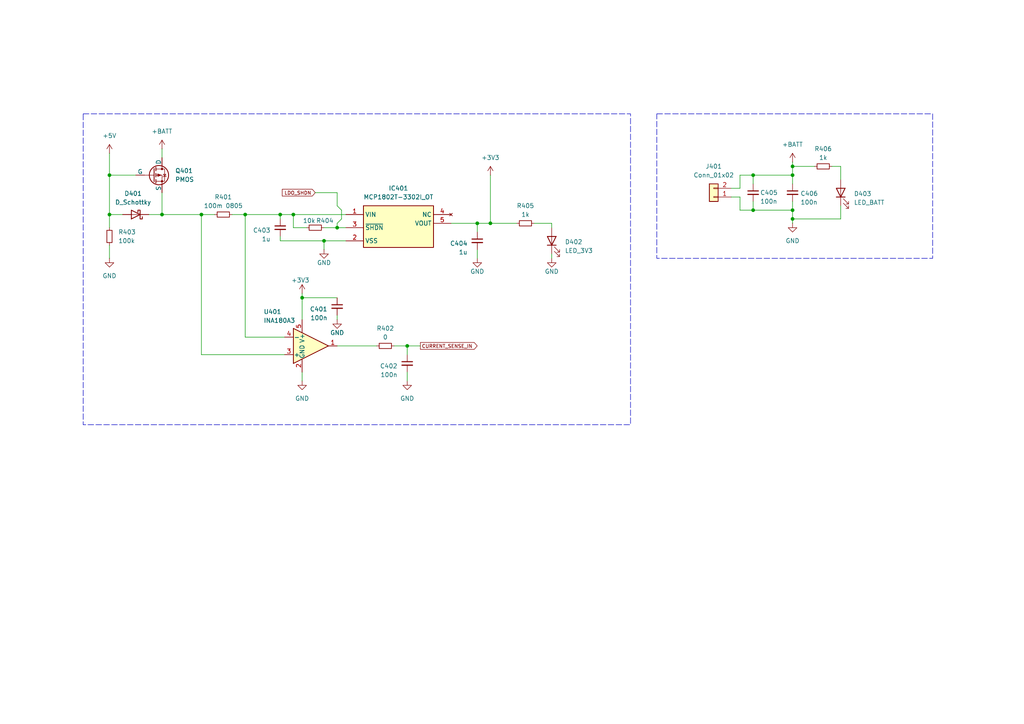
<source format=kicad_sch>
(kicad_sch (version 20231120) (generator "eeschema") (generator_version "8.0")
  (paper "A4")
  (lib_symbols
    (symbol "Amplifier_Current:INA180A3" (pin_names (offset 0.127))
      (property "Reference" "U401" (at -0.3459 -10.16 0))
      (property "Value" "INA180A3" (at -0.3459 -7.62 0))
      (symbol "INA180A3_0_1"
        (polyline (pts (xy 5.08 0) (xy -5.08 5.08) (xy -5.08 -5.08) (xy 5.08 0)) (stroke (width 0.254)) (fill (type background)))
      )
      (symbol "INA180A3_1_1"
        (pin output line (at 7.62 0 180) (length 2.54) (name "~") (number "1"))
        (pin power_in line (at -2.54 7.62 270) (length 3.81) (name "GND") (number "2"))
        (pin input line (at -7.62 2.54 0) (length 2.54) (name "+") (number "3"))
        (pin input line (at -7.62 -2.54 0) (length 2.54) (name "-") (number "4"))
        (pin power_in line (at -2.54 -7.62 90) (length 3.81) (name "V+") (number "5"))
      )
    )
    (symbol "Connector_Generic:Conn_01x02" (pin_names (offset 1.016) hide)
      (property "Reference" "J" (at 0 2.54 0))
      (property "Value" "Conn_01x02" (at 0 -5.08 0))
      (symbol "Conn_01x02_1_1"
        (rectangle (start -1.27 -2.413) (end 0 -2.667) (stroke (width 0.1524)))
        (rectangle (start -1.27 0.127) (end 0 -0.127) (stroke (width 0.1524)))
        (rectangle (start -1.27 1.27) (end 1.27 -3.81) (stroke (width 0.254)) (fill (type background)))
        (pin passive line (at -5.08 0 0) (length 3.81) (name "Pin_1") (number "1"))
        (pin passive line (at -5.08 -2.54 0) (length 3.81) (name "Pin_2") (number "2"))
      )
    )
    (symbol "Device:C_Small" (pin_numbers hide) (pin_names (offset 0.254) hide)
      (property "Reference" "C" (at 0.254 1.778 0))
      (property "Value" "C_Small" (at 0.254 -2.032 0))
      (symbol "C_Small_0_1"
        (polyline (pts (xy -1.524 -0.508) (xy 1.524 -0.508)) (stroke (width 0.3302)))
        (polyline (pts (xy -1.524 0.508) (xy 1.524 0.508)) (stroke (width 0.3048)))
      )
      (symbol "C_Small_1_1"
        (pin passive line (at 0 2.54 270) (length 2.032) (name "~") (number "1"))
        (pin passive line (at 0 -2.54 90) (length 2.032) (name "~") (number "2"))
      )
    )
    (symbol "Device:D_Schottky" (pin_numbers hide) (pin_names (offset 1.016) hide)
      (property "Reference" "D" (at 0 2.54 0))
      (property "Value" "D_Schottky" (at 0 -2.54 0))
      (symbol "D_Schottky_0_1"
        (polyline (pts (xy 1.27 0) (xy -1.27 0)))
        (polyline (pts (xy 1.27 1.27) (xy 1.27 -1.27) (xy -1.27 0) (xy 1.27 1.27)) (stroke (width 0.254)))
        (polyline (pts (xy -1.905 0.635) (xy -1.905 1.27) (xy -1.27 1.27) (xy -1.27 -1.27) (xy -0.635 -1.27) (xy -0.635 -0.635)) (stroke (width 0.254)))
      )
      (symbol "D_Schottky_1_1"
        (pin passive line (at -3.81 0 0) (length 2.54) (name "K") (number "1"))
        (pin passive line (at 3.81 0 180) (length 2.54) (name "A") (number "2"))
      )
    )
    (symbol "Device:LED" (pin_numbers hide) (pin_names (offset 1.016) hide)
      (property "Reference" "D" (at 0 2.54 0))
      (property "Value" "LED" (at 0 -2.54 0))
      (symbol "LED_0_1"
        (polyline (pts (xy -1.27 -1.27) (xy -1.27 1.27)) (stroke (width 0.254)))
        (polyline (pts (xy -1.27 0) (xy 1.27 0)))
        (polyline (pts (xy 1.27 -1.27) (xy 1.27 1.27) (xy -1.27 0) (xy 1.27 -1.27)) (stroke (width 0.254)))
        (polyline (pts (xy -3.048 -0.762) (xy -4.572 -2.286) (xy -3.81 -2.286) (xy -4.572 -2.286) (xy -4.572 -1.524)))
        (polyline (pts (xy -1.778 -0.762) (xy -3.302 -2.286) (xy -2.54 -2.286) (xy -3.302 -2.286) (xy -3.302 -1.524)))
      )
      (symbol "LED_1_1"
        (pin passive line (at -3.81 0 0) (length 2.54) (name "K") (number "1"))
        (pin passive line (at 3.81 0 180) (length 2.54) (name "A") (number "2"))
      )
    )
    (symbol "Device:R_Small" (pin_numbers hide) (pin_names (offset 0.254) hide)
      (property "Reference" "R" (at 0.762 0.508 0))
      (property "Value" "R_Small" (at 0.762 -1.016 0))
      (symbol "R_Small_0_1"
        (rectangle (start -0.762 1.778) (end 0.762 -1.778) (stroke (width 0.2032)))
      )
      (symbol "R_Small_1_1"
        (pin passive line (at 0 2.54 270) (length 0.762) (name "~") (number "1"))
        (pin passive line (at 0 -2.54 90) (length 0.762) (name "~") (number "2"))
      )
    )
    (symbol "SamacSys_Parts:MCP1802T-3302I_OT"
      (property "Reference" "IC401" (at 15.24 7.62 0))
      (property "Value" "MCP1802T-3302I_OT" (at 15.24 5.08 0))
      (symbol "MCP1802T-3302I_OT_1_1"
        (rectangle (start 5.08 2.54) (end 25.4 -9.525) (stroke (width 0.254)) (fill (type background)))
        (pin passive line (at 0 0 0) (length 5.08) (name "VIN") (number "1"))
        (pin passive line (at 0 -7.62 0) (length 5.08) (name "VSS") (number "2"))
        (pin passive line (at 0 -3.81 0) (length 5.08) (name "~{SHDN}") (number "3"))
        (pin no_connect line (at 30.48 0 180) (length 5.08) (name "NC") (number "4"))
        (pin passive line (at 30.48 -2.54 180) (length 5.08) (name "VOUT") (number "5"))
      )
    )
    (symbol "Simulation_SPICE:PMOS" (pin_numbers hide) (pin_names (offset 0))
      (property "Reference" "Q" (at 5.08 1.27 0))
      (property "Value" "PMOS" (at 5.08 -1.27 0))
      (symbol "PMOS_0_1"
        (polyline (pts (xy 0.254 0) (xy -2.54 0)))
        (polyline (pts (xy 0.254 1.905) (xy 0.254 -1.905)) (stroke (width 0.254)))
        (polyline (pts (xy 0.762 -1.27) (xy 0.762 -2.286)) (stroke (width 0.254)))
        (polyline (pts (xy 0.762 0.508) (xy 0.762 -0.508)) (stroke (width 0.254)))
        (polyline (pts (xy 0.762 2.286) (xy 0.762 1.27)) (stroke (width 0.254)))
        (polyline (pts (xy 2.54 2.54) (xy 2.54 1.778)))
        (polyline (pts (xy 2.54 -2.54) (xy 2.54 0) (xy 0.762 0)))
        (polyline (pts (xy 0.762 1.778) (xy 3.302 1.778) (xy 3.302 -1.778) (xy 0.762 -1.778)))
        (polyline (pts (xy 2.286 0) (xy 1.27 0.381) (xy 1.27 -0.381) (xy 2.286 0)) (fill (type outline)))
        (polyline (pts (xy 2.794 -0.508) (xy 2.921 -0.381) (xy 3.683 -0.381) (xy 3.81 -0.254)))
        (polyline (pts (xy 3.302 -0.381) (xy 2.921 0.254) (xy 3.683 0.254) (xy 3.302 -0.381)))
        (circle (center 1.651 0) (radius 2.794) (stroke (width 0.254)))
        (circle (center 2.54 -1.778) (radius 0.254) (fill (type outline)))
        (circle (center 2.54 1.778) (radius 0.254) (fill (type outline)))
      )
      (symbol "PMOS_1_1"
        (pin passive line (at 2.54 5.08 270) (length 2.54) (name "D") (number "1"))
        (pin input line (at -5.08 0 0) (length 2.54) (name "G") (number "2"))
        (pin passive line (at 2.54 -5.08 90) (length 2.54) (name "S") (number "3"))
      )
    )
    (symbol "power:+3V3" (power) (pin_numbers hide) (pin_names (offset 0) hide)
      (property "Value" "+3V3" (at 0 3.556 0))
      (symbol "+3V3_0_1"
        (polyline (pts (xy -0.762 1.27) (xy 0 2.54)))
        (polyline (pts (xy 0 0) (xy 0 2.54)))
        (polyline (pts (xy 0 2.54) (xy 0.762 1.27)))
      )
      (symbol "+3V3_1_1"
        (pin power_in line (at 0 0 90) (length 0) (name "~") (number "1"))
      )
    )
    (symbol "power:+5V" (power) (pin_numbers hide) (pin_names (offset 0) hide)
      (property "Value" "+5V" (at 0 3.556 0))
      (symbol "+5V_0_1"
        (polyline (pts (xy -0.762 1.27) (xy 0 2.54)))
        (polyline (pts (xy 0 0) (xy 0 2.54)))
        (polyline (pts (xy 0 2.54) (xy 0.762 1.27)))
      )
      (symbol "+5V_1_1"
        (pin power_in line (at 0 0 90) (length 0) (name "~") (number "1"))
      )
    )
    (symbol "power:+BATT" (power) (pin_numbers hide) (pin_names (offset 0) hide)
      (property "Value" "+BATT" (at 0 3.556 0))
      (symbol "+BATT_0_1"
        (polyline (pts (xy -0.762 1.27) (xy 0 2.54)))
        (polyline (pts (xy 0 0) (xy 0 2.54)))
        (polyline (pts (xy 0 2.54) (xy 0.762 1.27)))
      )
      (symbol "+BATT_1_1"
        (pin power_in line (at 0 0 90) (length 0) (name "~") (number "1"))
      )
    )
    (symbol "power:GND" (power) (pin_numbers hide) (pin_names (offset 0) hide)
      (property "Value" "GND" (at 0 -3.81 0))
      (symbol "GND_0_1"
        (polyline (pts (xy 0 0) (xy 0 -1.27) (xy 1.27 -1.27) (xy 0 -2.54) (xy -1.27 -1.27) (xy 0 -1.27)))
      )
      (symbol "GND_1_1"
        (pin power_in line (at 0 0 270) (length 0) (name "~") (number "1"))
      )
    )
  )
  (junction (at 118.11 100.33))
  (junction (at 142.24 64.77))
  (junction (at 93.98 69.85))
  (junction (at 81.28 62.23))
  (junction (at 46.99 62.23))
  (junction (at 31.75 62.23))
  (junction (at 31.75 50.8))
  (junction (at 229.87 48.26))
  (junction (at 218.44 60.96))
  (junction (at 229.87 50.8))
  (junction (at 71.12 62.23))
  (junction (at 229.87 63.5))
  (junction (at 87.63 86.36))
  (junction (at 138.43 64.77))
  (junction (at 58.42 62.23))
  (junction (at 218.44 50.8))
  (junction (at 97.79 66.04))
  (junction (at 229.87 60.96))
  (junction (at 85.09 62.23))
  (wire (pts (xy 138.43 72.39) (xy 138.43 74.93)))
  (wire (pts (xy 46.99 62.23) (xy 58.42 62.23)))
  (wire (pts (xy 93.98 69.85) (xy 93.98 72.39)))
  (wire (pts (xy 118.11 107.95) (xy 118.11 110.49)))
  (wire (pts (xy 93.98 69.85) (xy 100.33 69.85)))
  (wire (pts (xy 241.3 48.26) (xy 243.84 48.26)))
  (wire (pts (xy 87.63 86.36) (xy 97.79 86.36)))
  (wire (pts (xy 46.99 55.88) (xy 46.99 62.23)))
  (wire (pts (xy 31.75 62.23) (xy 35.56 62.23)))
  (wire (pts (xy 97.79 59.69) (xy 97.79 55.88)))
  (wire (pts (xy 229.87 48.26) (xy 229.87 50.8)))
  (wire (pts (xy 243.84 59.69) (xy 243.84 63.5)))
  (wire (pts (xy 154.94 64.77) (xy 160.02 64.77)))
  (wire (pts (xy 218.44 60.96) (xy 214.63 60.96)))
  (wire (pts (xy 58.42 62.23) (xy 62.23 62.23)))
  (wire (pts (xy 82.55 102.87) (xy 58.42 102.87)))
  (wire (pts (xy 87.63 110.49) (xy 87.63 107.95)))
  (wire (pts (xy 229.87 48.26) (xy 236.22 48.26)))
  (wire (pts (xy 218.44 60.96) (xy 229.87 60.96)))
  (wire (pts (xy 99.06 60.96) (xy 99.06 63.5)))
  (wire (pts (xy 160.02 73.66) (xy 160.02 74.93)))
  (wire (pts (xy 212.09 57.15) (xy 214.63 57.15)))
  (wire (pts (xy 71.12 62.23) (xy 81.28 62.23)))
  (wire (pts (xy 229.87 48.26) (xy 229.87 46.99)))
  (wire (pts (xy 82.55 97.79) (xy 71.12 97.79)))
  (wire (pts (xy 85.09 66.04) (xy 85.09 62.23)))
  (wire (pts (xy 67.31 62.23) (xy 71.12 62.23)))
  (wire (pts (xy 87.63 85.09) (xy 87.63 86.36)))
  (wire (pts (xy 81.28 69.85) (xy 81.28 68.58)))
  (wire (pts (xy 43.18 62.23) (xy 46.99 62.23)))
  (wire (pts (xy 212.09 54.61) (xy 214.63 54.61)))
  (wire (pts (xy 31.75 50.8) (xy 31.75 62.23)))
  (wire (pts (xy 97.79 91.44) (xy 97.79 92.71)))
  (wire (pts (xy 85.09 62.23) (xy 100.33 62.23)))
  (wire (pts (xy 31.75 44.45) (xy 31.75 50.8)))
  (wire (pts (xy 138.43 64.77) (xy 138.43 67.31)))
  (wire (pts (xy 229.87 58.42) (xy 229.87 60.96)))
  (wire (pts (xy 138.43 64.77) (xy 142.24 64.77)))
  (wire (pts (xy 31.75 71.12) (xy 31.75 74.93)))
  (wire (pts (xy 229.87 50.8) (xy 229.87 53.34)))
  (wire (pts (xy 214.63 57.15) (xy 214.63 60.96)))
  (wire (pts (xy 160.02 64.77) (xy 160.02 66.04)))
  (wire (pts (xy 214.63 50.8) (xy 218.44 50.8)))
  (wire (pts (xy 88.9 66.04) (xy 85.09 66.04)))
  (wire (pts (xy 81.28 62.23) (xy 81.28 63.5)))
  (wire (pts (xy 87.63 86.36) (xy 87.63 92.71)))
  (wire (pts (xy 114.3 100.33) (xy 118.11 100.33)))
  (wire (pts (xy 81.28 62.23) (xy 85.09 62.23)))
  (wire (pts (xy 97.79 66.04) (xy 97.79 64.77)))
  (wire (pts (xy 93.98 66.04) (xy 97.79 66.04)))
  (wire (pts (xy 31.75 50.8) (xy 39.37 50.8)))
  (wire (pts (xy 229.87 60.96) (xy 229.87 63.5)))
  (wire (pts (xy 99.06 60.96) (xy 97.79 59.69)))
  (wire (pts (xy 218.44 50.8) (xy 229.87 50.8)))
  (wire (pts (xy 130.81 64.77) (xy 138.43 64.77)))
  (wire (pts (xy 229.87 63.5) (xy 243.84 63.5)))
  (wire (pts (xy 97.79 66.04) (xy 100.33 66.04)))
  (wire (pts (xy 214.63 54.61) (xy 214.63 50.8)))
  (wire (pts (xy 71.12 62.23) (xy 71.12 97.79)))
  (wire (pts (xy 118.11 100.33) (xy 121.92 100.33)))
  (wire (pts (xy 218.44 50.8) (xy 218.44 53.34)))
  (wire (pts (xy 91.44 55.88) (xy 97.79 55.88)))
  (wire (pts (xy 58.42 62.23) (xy 58.42 102.87)))
  (wire (pts (xy 97.79 64.77) (xy 99.06 63.5)))
  (wire (pts (xy 142.24 64.77) (xy 149.86 64.77)))
  (wire (pts (xy 243.84 48.26) (xy 243.84 52.07)))
  (wire (pts (xy 46.99 43.18) (xy 46.99 45.72)))
  (wire (pts (xy 118.11 100.33) (xy 118.11 102.87)))
  (wire (pts (xy 97.79 100.33) (xy 109.22 100.33)))
  (wire (pts (xy 142.24 50.8) (xy 142.24 64.77)))
  (wire (pts (xy 229.87 63.5) (xy 229.87 64.77)))
  (wire (pts (xy 31.75 62.23) (xy 31.75 66.04)))
  (wire (pts (xy 81.28 69.85) (xy 93.98 69.85)))
  (wire (pts (xy 218.44 58.42) (xy 218.44 60.96)))
  (rectangle (start 24.13 33.02) (end 182.88 123.19) (stroke (width 0) (type dash)))
  (rectangle (start 190.5 33.02) (end 270.51 74.93) (stroke (width 0) (type dash)))
  (global_label "LDO_SHDN" (shape input) (at 91.44 55.88 180) (effects (font (size 1 1))) (property "Intersheetrefs" "${INTERSHEET_REFS}" (effects (hide yes))))
  (global_label "CURRENT_SENSE_IN" (shape output) (at 121.92 100.33 0) (effects (font (size 1 1))) (property "Intersheetrefs" "${INTERSHEET_REFS}" (effects (hide yes))))
  (symbol (lib_id "power:GND") (at 31.75 74.93 0) (unit 1)
    (property "Reference" "#PWR0410" (effects (hide yes)))
    (property "Value" "GND" (at 31.75 80.01 0))
    (property "Description" "Power symbol creates a global label with name \"GND\" , ground" (effects (hide yes)))
  )
  (symbol (lib_id "power:+BATT") (at 46.99 43.18 0) (unit 1)
    (property "Reference" "#PWR0411" (effects (hide yes)))
    (property "Value" "+BATT" (at 46.99 38.1 0))
    (property "Description" "Power symbol creates a global label with name \"+BATT\"" (effects (hide yes)))
  )
  (symbol (lib_id "Connector_Generic:Conn_01x02") (at 207.01 57.15 180) (unit 1)
    (property "Reference" "J401" (at 207.01 48.26 0))
    (property "Value" "Conn_01x02" (at 207.01 50.8 0))
    (property "Description" "Generic connector, single row, 01x02, script generated (kicad-library-utils/schlib/autogen/connector/)" (effects (hide yes)))
  )
  (symbol (lib_id "power:GND") (at 97.79 92.71 0) (unit 1)
    (property "Reference" "#PWR0405" (effects (hide yes)))
    (property "Value" "GND" (at 97.79 96.52 0))
    (property "Description" "Power symbol creates a global label with name \"GND\" , ground" (effects (hide yes)))
  )
  (symbol (lib_id "Device:C_Small") (at 138.43 69.85 0) (unit 1)
    (property "Reference" "C404" (at 135.636 70.612 0) (effects (justify right)))
    (property "Value" "1u" (at 135.636 73.152 0) (effects (justify right)))
    (property "Footprint" "Capacitor_SMD:C_0402_1005Metric" (effects (hide yes)))
    (property "LCSC Part #" "C307331" (effects (hide yes)))
    (property "JLCPCB Part #" "C307331" (effects (hide yes)))
  )
  (symbol (lib_id "power:+BATT") (at 229.87 46.99 0) (unit 1)
    (property "Reference" "#PWR0412" (effects (hide yes)))
    (property "Value" "+BATT" (at 229.87 41.91 0))
    (property "Description" "Power symbol creates a global label with name \"+BATT\"" (effects (hide yes)))
  )
  (symbol (lib_id "SamacSys_Parts:MCP1802T-3302I_OT") (at 100.33 62.23 0) (unit 1)
    (property "Reference" "IC401" (at 115.57 54.61 0))
    (property "Value" "MCP1802T-3302I_OT" (at 115.57 57.15 0))
    (property "Footprint" "SOT95P270X145-5N" (effects (hide yes)))
    (property "Datasheet" "http://ww1.microchip.com/downloads/en/DeviceDoc/22053C.pdf" (effects (hide yes)))
    (property "Description" "LDO Regulator 300mA 3.3V PSRR SOT23-5" (effects (hide yes)))
    (property "Height" "1.45" (effects (hide yes)))
    (property "Manufacturer_Name" "Microchip" (effects (hide yes)))
    (property "Manufacturer_Part_Number" "MCP1802T-3302I/OT" (effects (hide yes)))
  )
  (symbol (lib_id "Amplifier_Current:INA180A3") (at 90.17 100.33 0) (mirror x) (unit 1)
    (property "Reference" "U401" (at 76.454 90.424 0) (effects (justify left)))
    (property "Value" "INA180A3" (at 76.454 92.964 0) (effects (justify left)))
    (property "Footprint" "Package_TO_SOT_SMD:SOT-23-5" (effects (hide yes)))
    (property "Datasheet" "http://www.ti.com/lit/ds/symlink/ina180.pdf" (effects (hide yes)))
    (property "Description" "Current Sense Amplifier, 1 Circuit, Rail-to-Rail, 26V, Gain 100 V/V, SOT-23-5" (effects (hide yes)))
  )
  (symbol (lib_id "Device:C_Small") (at 229.87 55.88 0) (mirror y) (unit 1)
    (property "Reference" "C406" (at 232.156 56.134 0) (effects (justify right)))
    (property "Value" "100n" (at 232.156 58.674 0) (effects (justify right)))
    (property "Footprint" "Capacitor_SMD:C_0402_1005Metric" (effects (hide yes)))
    (property "LCSC Part #" "C307331" (effects (hide yes)))
    (property "JLCPCB Part #" "C307331" (effects (hide yes)))
  )
  (symbol (lib_id "power:GND") (at 229.87 64.77 0) (unit 1)
    (property "Reference" "#PWR0413" (effects (hide yes)))
    (property "Value" "GND" (at 229.87 69.85 0))
    (property "Description" "Power symbol creates a global label with name \"GND\" , ground" (effects (hide yes)))
  )
  (symbol (lib_id "Device:C_Small") (at 118.11 105.41 0) (unit 1)
    (property "Reference" "C402" (at 115.316 106.172 0) (effects (justify right)))
    (property "Value" "100n" (at 115.316 108.712 0) (effects (justify right)))
    (property "Footprint" "Capacitor_SMD:C_0402_1005Metric" (effects (hide yes)))
    (property "LCSC Part #" "C307331" (effects (hide yes)))
    (property "JLCPCB Part #" "C307331" (effects (hide yes)))
  )
  (symbol (lib_id "Device:R_Small") (at 91.44 66.04 90) (unit 1)
    (property "Reference" "R404" (at 94.234 64.008 90))
    (property "Value" "10k" (at 89.662 64.008 90))
    (property "Description" "Resistor, small symbol" (effects (hide yes)))
  )
  (symbol (lib_id "Device:LED") (at 160.02 69.85 90) (unit 1)
    (property "Reference" "D402" (at 163.83 70.1674 90) (effects (justify right)))
    (property "Value" "LED_3V3" (at 163.83 72.7074 90) (effects (justify right)))
    (property "Description" "Light emitting diode" (effects (hide yes)))
  )
  (symbol (lib_id "Device:D_Schottky") (at 39.37 62.23 180) (unit 1)
    (property "Reference" "D401" (at 38.608 56.134 0))
    (property "Value" "D_Schottky" (at 38.608 58.674 0))
    (property "Description" "Schottky diode" (effects (hide yes)))
  )
  (symbol (lib_id "Device:R_Small") (at 111.76 100.33 90) (unit 1)
    (property "Reference" "R402" (at 111.76 95.25 90))
    (property "Value" "0" (at 111.76 97.79 90))
    (property "Description" "Resistor, small symbol" (effects (hide yes)))
  )
  (symbol (lib_id "power:GND") (at 160.02 74.93 0) (unit 1)
    (property "Reference" "#PWR0401" (effects (hide yes)))
    (property "Value" "GND" (at 160.02 78.74 0))
    (property "Description" "Power symbol creates a global label with name \"GND\" , ground" (effects (hide yes)))
  )
  (symbol (lib_id "Device:R_Small") (at 64.77 62.23 90) (unit 1)
    (property "Reference" "R401" (at 64.77 57.15 90))
    (property "Value" "100m 0805" (at 64.77 59.69 90))
    (property "Description" "Resistor, small symbol" (effects (hide yes)))
  )
  (symbol (lib_id "Simulation_SPICE:PMOS") (at 44.45 50.8 0) (unit 1)
    (property "Reference" "Q401" (at 50.8 49.5299 0) (effects (justify left)))
    (property "Value" "PMOS" (at 50.8 52.0699 0) (effects (justify left)))
    (property "Datasheet" "https://ngspice.sourceforge.io/docs/ngspice-html-manual/manual.xhtml#cha_MOSFETs" (effects (hide yes)))
    (property "Description" "P-MOSFET transistor, drain/source/gate" (effects (hide yes)))
    (property "Sim.Device" "PMOS" (effects (hide yes)))
    (property "Sim.Type" "VDMOS" (effects (hide yes)))
    (property "Sim.Pins" "1=D 2=G 3=S" (effects (hide yes)))
  )
  (symbol (lib_id "power:GND") (at 93.98 72.39 0) (unit 1)
    (property "Reference" "#PWR0407" (effects (hide yes)))
    (property "Value" "GND" (at 93.98 76.2 0))
    (property "Description" "Power symbol creates a global label with name \"GND\" , ground" (effects (hide yes)))
  )
  (symbol (lib_id "power:+5V") (at 31.75 44.45 0) (unit 1)
    (property "Reference" "#PWR0402" (effects (hide yes)))
    (property "Value" "+5V" (at 31.75 39.37 0))
    (property "Description" "Power symbol creates a global label with name \"+5V\"" (effects (hide yes)))
  )
  (symbol (lib_id "power:GND") (at 87.63 110.49 0) (unit 1)
    (property "Reference" "#PWR0403" (effects (hide yes)))
    (property "Value" "GND" (at 87.63 115.57 0))
    (property "Description" "Power symbol creates a global label with name \"GND\" , ground" (effects (hide yes)))
  )
  (symbol (lib_id "Device:C_Small") (at 81.28 66.04 0) (unit 1)
    (property "Reference" "C403" (at 78.486 66.802 0) (effects (justify right)))
    (property "Value" "1u" (at 78.486 69.342 0) (effects (justify right)))
    (property "Footprint" "Capacitor_SMD:C_0402_1005Metric" (effects (hide yes)))
    (property "LCSC Part #" "C307331" (effects (hide yes)))
    (property "JLCPCB Part #" "C307331" (effects (hide yes)))
  )
  (symbol (lib_id "Device:R_Small") (at 238.76 48.26 90) (unit 1)
    (property "Reference" "R406" (at 238.76 43.18 90))
    (property "Value" "1k" (at 238.76 45.72 90))
    (property "Description" "Resistor, small symbol" (effects (hide yes)))
  )
  (symbol (lib_id "Device:R_Small") (at 152.4 64.77 90) (unit 1)
    (property "Reference" "R405" (at 152.4 59.69 90))
    (property "Value" "1k" (at 152.4 62.23 90))
    (property "Description" "Resistor, small symbol" (effects (hide yes)))
  )
  (symbol (lib_id "Device:C_Small") (at 97.79 88.9 0) (unit 1)
    (property "Reference" "C401" (at 94.996 89.662 0) (effects (justify right)))
    (property "Value" "100n" (at 94.996 92.202 0) (effects (justify right)))
    (property "Footprint" "Capacitor_SMD:C_0402_1005Metric" (effects (hide yes)))
    (property "LCSC Part #" "C307331" (effects (hide yes)))
    (property "JLCPCB Part #" "C307331" (effects (hide yes)))
  )
  (symbol (lib_id "Device:R_Small") (at 31.75 68.58 180) (unit 1)
    (property "Reference" "R403" (at 34.29 67.3099 0) (effects (justify right)))
    (property "Value" "100k" (at 34.29 69.8499 0) (effects (justify right)))
    (property "Description" "Resistor, small symbol" (effects (hide yes)))
  )
  (symbol (lib_id "power:GND") (at 118.11 110.49 0) (unit 1)
    (property "Reference" "#PWR0406" (effects (hide yes)))
    (property "Value" "GND" (at 118.11 115.57 0))
    (property "Description" "Power symbol creates a global label with name \"GND\" , ground" (effects (hide yes)))
  )
  (symbol (lib_id "Device:LED") (at 243.84 55.88 90) (unit 1)
    (property "Reference" "D403" (at 247.65 56.1974 90) (effects (justify right)))
    (property "Value" "LED_BATT" (at 247.65 58.7374 90) (effects (justify right)))
    (property "Description" "Light emitting diode" (effects (hide yes)))
  )
  (symbol (lib_id "power:GND") (at 138.43 74.93 0) (unit 1)
    (property "Reference" "#PWR0409" (effects (hide yes)))
    (property "Value" "GND" (at 138.43 78.74 0))
    (property "Description" "Power symbol creates a global label with name \"GND\" , ground" (effects (hide yes)))
  )
  (symbol (lib_id "power:+3V3") (at 142.24 50.8 0) (unit 1)
    (property "Reference" "#PWR0408" (effects (hide yes)))
    (property "Value" "+3V3" (at 142.24 45.72 0))
    (property "Description" "Power symbol creates a global label with name \"+3V3\"" (effects (hide yes)))
  )
  (symbol (lib_id "power:+3V3") (at 87.63 85.09 0) (unit 1)
    (property "Reference" "#PWR0404" (effects (hide yes)))
    (property "Value" "+3V3" (at 87.122 81.28 0))
    (property "Description" "Power symbol creates a global label with name \"+3V3\"" (effects (hide yes)))
  )
  (symbol (lib_id "Device:C_Small") (at 218.44 55.88 0) (mirror y) (unit 1)
    (property "Reference" "C405" (at 220.472 55.88 0) (effects (justify right)))
    (property "Value" "100n" (at 220.472 58.42 0) (effects (justify right)))
    (property "Footprint" "Capacitor_SMD:C_0402_1005Metric" (effects (hide yes)))
    (property "LCSC Part #" "C307331" (effects (hide yes)))
    (property "JLCPCB Part #" "C307331" (effects (hide yes)))
  )
)
</source>
